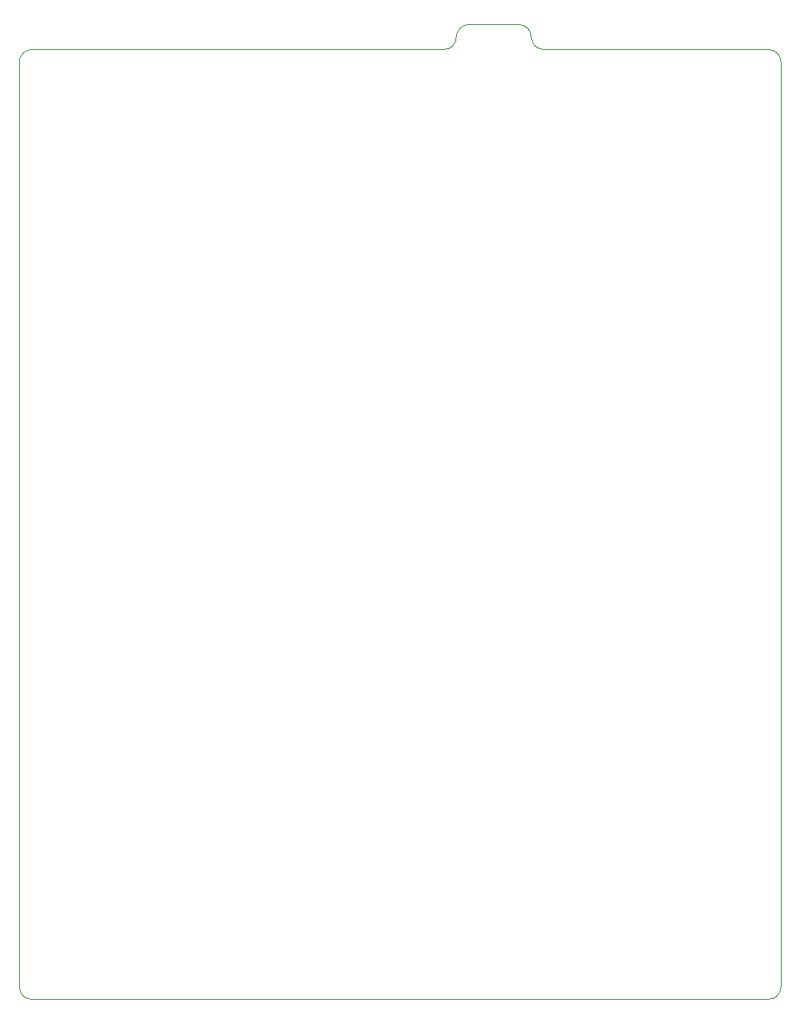
<source format=gbr>
G04 #@! TF.GenerationSoftware,KiCad,Pcbnew,5.1.6-c6e7f7d~87~ubuntu20.04.1*
G04 #@! TF.CreationDate,2020-11-22T02:32:50-05:00*
G04 #@! TF.ProjectId,numpad-1.0,6e756d70-6164-42d3-912e-302e6b696361,rev?*
G04 #@! TF.SameCoordinates,Original*
G04 #@! TF.FileFunction,Profile,NP*
%FSLAX46Y46*%
G04 Gerber Fmt 4.6, Leading zero omitted, Abs format (unit mm)*
G04 Created by KiCad (PCBNEW 5.1.6-c6e7f7d~87~ubuntu20.04.1) date 2020-11-22 02:32:50*
%MOMM*%
%LPD*%
G01*
G04 APERTURE LIST*
G04 #@! TA.AperFunction,Profile*
%ADD10C,0.050000*%
G04 #@! TD*
G04 APERTURE END LIST*
D10*
X149860000Y-46990000D02*
X154940000Y-46990000D01*
X147320000Y-49530000D02*
X105410000Y-49530000D01*
X157480000Y-49530000D02*
X180340000Y-49530000D01*
X154940000Y-46990000D02*
G75*
G02*
X156210000Y-48260000I0J-1270000D01*
G01*
X148590000Y-48260000D02*
G75*
G02*
X149860000Y-46990000I1270000J0D01*
G01*
X157480000Y-49530000D02*
G75*
G02*
X156210000Y-48260000I0J1270000D01*
G01*
X148590000Y-48260000D02*
G75*
G02*
X147320000Y-49530000I-1270000J0D01*
G01*
X104140000Y-50800000D02*
X104140000Y-144780000D01*
X181610000Y-144780000D02*
X181610000Y-50800000D01*
X105410000Y-146050000D02*
X180340000Y-146050000D01*
X105410000Y-146050000D02*
G75*
G02*
X104140000Y-144780000I0J1270000D01*
G01*
X181610000Y-144780000D02*
G75*
G02*
X180340000Y-146050000I-1270000J0D01*
G01*
X180340000Y-49530000D02*
G75*
G02*
X181610000Y-50800000I0J-1270000D01*
G01*
X104140000Y-50800000D02*
G75*
G02*
X105410000Y-49530000I1270000J0D01*
G01*
M02*

</source>
